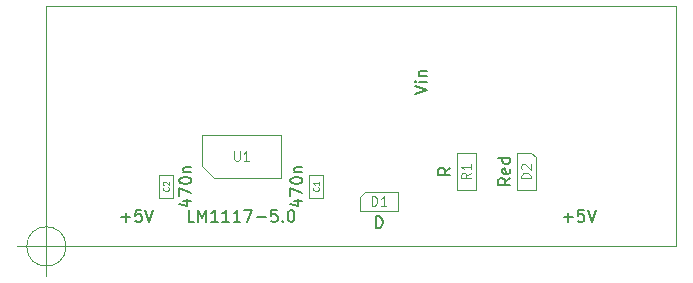
<source format=gbr>
%TF.GenerationSoftware,KiCad,Pcbnew,5.1.6-c6e7f7d~86~ubuntu18.04.1*%
%TF.CreationDate,2020-05-25T18:51:15+02:00*%
%TF.ProjectId,power-supply-5V,706f7765-722d-4737-9570-706c792d3556,1.0*%
%TF.SameCoordinates,PX77e7cd0PY5125ed0*%
%TF.FileFunction,Other,Fab,Top*%
%FSLAX46Y46*%
G04 Gerber Fmt 4.6, Leading zero omitted, Abs format (unit mm)*
G04 Created by KiCad (PCBNEW 5.1.6-c6e7f7d~86~ubuntu18.04.1) date 2020-05-25 18:51:15*
%MOMM*%
%LPD*%
G01*
G04 APERTURE LIST*
%TA.AperFunction,Profile*%
%ADD10C,0.050000*%
%TD*%
%ADD11C,0.100000*%
%ADD12C,0.150000*%
%ADD13C,0.080000*%
%ADD14C,0.120000*%
G04 APERTURE END LIST*
D10*
X1666666Y0D02*
G75*
G03*
X1666666Y0I-1666666J0D01*
G01*
X-2500000Y0D02*
X2500000Y0D01*
X0Y2500000D02*
X0Y-2500000D01*
X0Y0D02*
X0Y20320000D01*
X53340000Y0D02*
X0Y0D01*
X53340000Y20320000D02*
X53340000Y0D01*
X0Y20320000D02*
X53340000Y20320000D01*
D11*
%TO.C,C1*%
X22260000Y6080000D02*
X23460000Y6080000D01*
X23460000Y6080000D02*
X23460000Y4080000D01*
X23460000Y4080000D02*
X22260000Y4080000D01*
X22260000Y4080000D02*
X22260000Y6080000D01*
%TO.C,C2*%
X10760000Y4080000D02*
X9560000Y4080000D01*
X9560000Y4080000D02*
X9560000Y6080000D01*
X9560000Y6080000D02*
X10760000Y6080000D01*
X10760000Y6080000D02*
X10760000Y4080000D01*
%TO.C,D1*%
X29758000Y4610000D02*
X26958000Y4610000D01*
X26958000Y4610000D02*
X26558000Y4210000D01*
X26558000Y4210000D02*
X26558000Y3010000D01*
X26558000Y3010000D02*
X29758000Y3010000D01*
X29758000Y3010000D02*
X29758000Y4610000D01*
%TO.C,D2*%
X41440000Y4750000D02*
X41440000Y7550000D01*
X41440000Y7550000D02*
X41040000Y7950000D01*
X41040000Y7950000D02*
X39840000Y7950000D01*
X39840000Y7950000D02*
X39840000Y4750000D01*
X39840000Y4750000D02*
X41440000Y4750000D01*
%TO.C,R1*%
X34760000Y7950000D02*
X36360000Y7950000D01*
X36360000Y7950000D02*
X36360000Y4750000D01*
X36360000Y4750000D02*
X34760000Y4750000D01*
X34760000Y4750000D02*
X34760000Y7950000D01*
%TO.C,U1*%
X14210000Y5770000D02*
X13160000Y6820000D01*
X14210000Y5770000D02*
X19860000Y5770000D01*
X13160000Y6820000D02*
X13160000Y9470000D01*
X19860000Y5770000D02*
X19860000Y9470000D01*
X13160000Y9470000D02*
X19860000Y9470000D01*
%TD*%
%TO.C,J3*%
D12*
X6334285Y2468572D02*
X7096190Y2468572D01*
X6715238Y2087620D02*
X6715238Y2849524D01*
X8048571Y3087620D02*
X7572380Y3087620D01*
X7524761Y2611429D01*
X7572380Y2659048D01*
X7667619Y2706667D01*
X7905714Y2706667D01*
X8000952Y2659048D01*
X8048571Y2611429D01*
X8096190Y2516191D01*
X8096190Y2278096D01*
X8048571Y2182858D01*
X8000952Y2135239D01*
X7905714Y2087620D01*
X7667619Y2087620D01*
X7572380Y2135239D01*
X7524761Y2182858D01*
X8381904Y3087620D02*
X8715238Y2087620D01*
X9048571Y3087620D01*
%TO.C,J2*%
X43799285Y2468572D02*
X44561190Y2468572D01*
X44180238Y2087620D02*
X44180238Y2849524D01*
X45513571Y3087620D02*
X45037380Y3087620D01*
X44989761Y2611429D01*
X45037380Y2659048D01*
X45132619Y2706667D01*
X45370714Y2706667D01*
X45465952Y2659048D01*
X45513571Y2611429D01*
X45561190Y2516191D01*
X45561190Y2278096D01*
X45513571Y2182858D01*
X45465952Y2135239D01*
X45370714Y2087620D01*
X45132619Y2087620D01*
X45037380Y2135239D01*
X44989761Y2182858D01*
X45846904Y3087620D02*
X46180238Y2087620D01*
X46513571Y3087620D01*
%TO.C,J1*%
X31202380Y12946191D02*
X32202380Y13279524D01*
X31202380Y13612858D01*
X32202380Y13946191D02*
X31535714Y13946191D01*
X31202380Y13946191D02*
X31250000Y13898572D01*
X31297619Y13946191D01*
X31250000Y13993810D01*
X31202380Y13946191D01*
X31297619Y13946191D01*
X31535714Y14422381D02*
X32202380Y14422381D01*
X31630952Y14422381D02*
X31583333Y14470000D01*
X31535714Y14565239D01*
X31535714Y14708096D01*
X31583333Y14803334D01*
X31678571Y14850953D01*
X32202380Y14850953D01*
%TO.C,C1*%
X20995714Y3865715D02*
X21662380Y3865715D01*
X20614761Y3627620D02*
X21329047Y3389524D01*
X21329047Y4008572D01*
X20662380Y4294286D02*
X20662380Y4960953D01*
X21662380Y4532381D01*
X20662380Y5532381D02*
X20662380Y5627620D01*
X20710000Y5722858D01*
X20757619Y5770477D01*
X20852857Y5818096D01*
X21043333Y5865715D01*
X21281428Y5865715D01*
X21471904Y5818096D01*
X21567142Y5770477D01*
X21614761Y5722858D01*
X21662380Y5627620D01*
X21662380Y5532381D01*
X21614761Y5437143D01*
X21567142Y5389524D01*
X21471904Y5341905D01*
X21281428Y5294286D01*
X21043333Y5294286D01*
X20852857Y5341905D01*
X20757619Y5389524D01*
X20710000Y5437143D01*
X20662380Y5532381D01*
X20995714Y6294286D02*
X21662380Y6294286D01*
X21090952Y6294286D02*
X21043333Y6341905D01*
X20995714Y6437143D01*
X20995714Y6580000D01*
X21043333Y6675239D01*
X21138571Y6722858D01*
X21662380Y6722858D01*
D13*
X23038571Y4996667D02*
X23062380Y4972858D01*
X23086190Y4901429D01*
X23086190Y4853810D01*
X23062380Y4782381D01*
X23014761Y4734762D01*
X22967142Y4710953D01*
X22871904Y4687143D01*
X22800476Y4687143D01*
X22705238Y4710953D01*
X22657619Y4734762D01*
X22610000Y4782381D01*
X22586190Y4853810D01*
X22586190Y4901429D01*
X22610000Y4972858D01*
X22633809Y4996667D01*
X23086190Y5472858D02*
X23086190Y5187143D01*
X23086190Y5330000D02*
X22586190Y5330000D01*
X22657619Y5282381D01*
X22705238Y5234762D01*
X22729047Y5187143D01*
%TO.C,C2*%
D12*
X11595714Y3865715D02*
X12262380Y3865715D01*
X11214761Y3627620D02*
X11929047Y3389524D01*
X11929047Y4008572D01*
X11262380Y4294286D02*
X11262380Y4960953D01*
X12262380Y4532381D01*
X11262380Y5532381D02*
X11262380Y5627620D01*
X11310000Y5722858D01*
X11357619Y5770477D01*
X11452857Y5818096D01*
X11643333Y5865715D01*
X11881428Y5865715D01*
X12071904Y5818096D01*
X12167142Y5770477D01*
X12214761Y5722858D01*
X12262380Y5627620D01*
X12262380Y5532381D01*
X12214761Y5437143D01*
X12167142Y5389524D01*
X12071904Y5341905D01*
X11881428Y5294286D01*
X11643333Y5294286D01*
X11452857Y5341905D01*
X11357619Y5389524D01*
X11310000Y5437143D01*
X11262380Y5532381D01*
X11595714Y6294286D02*
X12262380Y6294286D01*
X11690952Y6294286D02*
X11643333Y6341905D01*
X11595714Y6437143D01*
X11595714Y6580000D01*
X11643333Y6675239D01*
X11738571Y6722858D01*
X12262380Y6722858D01*
D13*
X10338571Y4996667D02*
X10362380Y4972858D01*
X10386190Y4901429D01*
X10386190Y4853810D01*
X10362380Y4782381D01*
X10314761Y4734762D01*
X10267142Y4710953D01*
X10171904Y4687143D01*
X10100476Y4687143D01*
X10005238Y4710953D01*
X9957619Y4734762D01*
X9910000Y4782381D01*
X9886190Y4853810D01*
X9886190Y4901429D01*
X9910000Y4972858D01*
X9933809Y4996667D01*
X9933809Y5187143D02*
X9910000Y5210953D01*
X9886190Y5258572D01*
X9886190Y5377620D01*
X9910000Y5425239D01*
X9933809Y5449048D01*
X9981428Y5472858D01*
X10029047Y5472858D01*
X10100476Y5449048D01*
X10386190Y5163334D01*
X10386190Y5472858D01*
%TO.C,D1*%
D12*
X27896095Y1537620D02*
X27896095Y2537620D01*
X28134190Y2537620D01*
X28277047Y2490000D01*
X28372285Y2394762D01*
X28419904Y2299524D01*
X28467523Y2109048D01*
X28467523Y1966191D01*
X28419904Y1775715D01*
X28372285Y1680477D01*
X28277047Y1585239D01*
X28134190Y1537620D01*
X27896095Y1537620D01*
D14*
X27567523Y3448096D02*
X27567523Y4248096D01*
X27758000Y4248096D01*
X27872285Y4210000D01*
X27948476Y4133810D01*
X27986571Y4057620D01*
X28024666Y3905239D01*
X28024666Y3790953D01*
X27986571Y3638572D01*
X27948476Y3562381D01*
X27872285Y3486191D01*
X27758000Y3448096D01*
X27567523Y3448096D01*
X28786571Y3448096D02*
X28329428Y3448096D01*
X28558000Y3448096D02*
X28558000Y4248096D01*
X28481809Y4133810D01*
X28405619Y4057620D01*
X28329428Y4019524D01*
%TO.C,D2*%
D12*
X39272380Y5778572D02*
X38796190Y5445239D01*
X39272380Y5207143D02*
X38272380Y5207143D01*
X38272380Y5588096D01*
X38320000Y5683334D01*
X38367619Y5730953D01*
X38462857Y5778572D01*
X38605714Y5778572D01*
X38700952Y5730953D01*
X38748571Y5683334D01*
X38796190Y5588096D01*
X38796190Y5207143D01*
X39224761Y6588096D02*
X39272380Y6492858D01*
X39272380Y6302381D01*
X39224761Y6207143D01*
X39129523Y6159524D01*
X38748571Y6159524D01*
X38653333Y6207143D01*
X38605714Y6302381D01*
X38605714Y6492858D01*
X38653333Y6588096D01*
X38748571Y6635715D01*
X38843809Y6635715D01*
X38939047Y6159524D01*
X39272380Y7492858D02*
X38272380Y7492858D01*
X39224761Y7492858D02*
X39272380Y7397620D01*
X39272380Y7207143D01*
X39224761Y7111905D01*
X39177142Y7064286D01*
X39081904Y7016667D01*
X38796190Y7016667D01*
X38700952Y7064286D01*
X38653333Y7111905D01*
X38605714Y7207143D01*
X38605714Y7397620D01*
X38653333Y7492858D01*
D14*
X41001904Y5759524D02*
X40201904Y5759524D01*
X40201904Y5950000D01*
X40240000Y6064286D01*
X40316190Y6140477D01*
X40392380Y6178572D01*
X40544761Y6216667D01*
X40659047Y6216667D01*
X40811428Y6178572D01*
X40887619Y6140477D01*
X40963809Y6064286D01*
X41001904Y5950000D01*
X41001904Y5759524D01*
X40278095Y6521429D02*
X40240000Y6559524D01*
X40201904Y6635715D01*
X40201904Y6826191D01*
X40240000Y6902381D01*
X40278095Y6940477D01*
X40354285Y6978572D01*
X40430476Y6978572D01*
X40544761Y6940477D01*
X41001904Y6483334D01*
X41001904Y6978572D01*
%TO.C,R1*%
D12*
X34192380Y6659524D02*
X33716190Y6326191D01*
X34192380Y6088096D02*
X33192380Y6088096D01*
X33192380Y6469048D01*
X33240000Y6564286D01*
X33287619Y6611905D01*
X33382857Y6659524D01*
X33525714Y6659524D01*
X33620952Y6611905D01*
X33668571Y6564286D01*
X33716190Y6469048D01*
X33716190Y6088096D01*
D14*
X35921904Y6216667D02*
X35540952Y5950000D01*
X35921904Y5759524D02*
X35121904Y5759524D01*
X35121904Y6064286D01*
X35160000Y6140477D01*
X35198095Y6178572D01*
X35274285Y6216667D01*
X35388571Y6216667D01*
X35464761Y6178572D01*
X35502857Y6140477D01*
X35540952Y6064286D01*
X35540952Y5759524D01*
X35921904Y6978572D02*
X35921904Y6521429D01*
X35921904Y6750000D02*
X35121904Y6750000D01*
X35236190Y6673810D01*
X35312380Y6597620D01*
X35350476Y6521429D01*
%TO.C,U1*%
D12*
X12533809Y2087620D02*
X12057619Y2087620D01*
X12057619Y3087620D01*
X12867142Y2087620D02*
X12867142Y3087620D01*
X13200476Y2373334D01*
X13533809Y3087620D01*
X13533809Y2087620D01*
X14533809Y2087620D02*
X13962380Y2087620D01*
X14248095Y2087620D02*
X14248095Y3087620D01*
X14152857Y2944762D01*
X14057619Y2849524D01*
X13962380Y2801905D01*
X15486190Y2087620D02*
X14914761Y2087620D01*
X15200476Y2087620D02*
X15200476Y3087620D01*
X15105238Y2944762D01*
X15010000Y2849524D01*
X14914761Y2801905D01*
X16438571Y2087620D02*
X15867142Y2087620D01*
X16152857Y2087620D02*
X16152857Y3087620D01*
X16057619Y2944762D01*
X15962380Y2849524D01*
X15867142Y2801905D01*
X16771904Y3087620D02*
X17438571Y3087620D01*
X17010000Y2087620D01*
X17819523Y2468572D02*
X18581428Y2468572D01*
X19533809Y3087620D02*
X19057619Y3087620D01*
X19010000Y2611429D01*
X19057619Y2659048D01*
X19152857Y2706667D01*
X19390952Y2706667D01*
X19486190Y2659048D01*
X19533809Y2611429D01*
X19581428Y2516191D01*
X19581428Y2278096D01*
X19533809Y2182858D01*
X19486190Y2135239D01*
X19390952Y2087620D01*
X19152857Y2087620D01*
X19057619Y2135239D01*
X19010000Y2182858D01*
X20010000Y2182858D02*
X20057619Y2135239D01*
X20010000Y2087620D01*
X19962380Y2135239D01*
X20010000Y2182858D01*
X20010000Y2087620D01*
X20676666Y3087620D02*
X20771904Y3087620D01*
X20867142Y3040000D01*
X20914761Y2992381D01*
X20962380Y2897143D01*
X21010000Y2706667D01*
X21010000Y2468572D01*
X20962380Y2278096D01*
X20914761Y2182858D01*
X20867142Y2135239D01*
X20771904Y2087620D01*
X20676666Y2087620D01*
X20581428Y2135239D01*
X20533809Y2182858D01*
X20486190Y2278096D01*
X20438571Y2468572D01*
X20438571Y2706667D01*
X20486190Y2897143D01*
X20533809Y2992381D01*
X20581428Y3040000D01*
X20676666Y3087620D01*
D14*
X15900476Y8058096D02*
X15900476Y7410477D01*
X15938571Y7334286D01*
X15976666Y7296191D01*
X16052857Y7258096D01*
X16205238Y7258096D01*
X16281428Y7296191D01*
X16319523Y7334286D01*
X16357619Y7410477D01*
X16357619Y8058096D01*
X17157619Y7258096D02*
X16700476Y7258096D01*
X16929047Y7258096D02*
X16929047Y8058096D01*
X16852857Y7943810D01*
X16776666Y7867620D01*
X16700476Y7829524D01*
%TD*%
M02*

</source>
